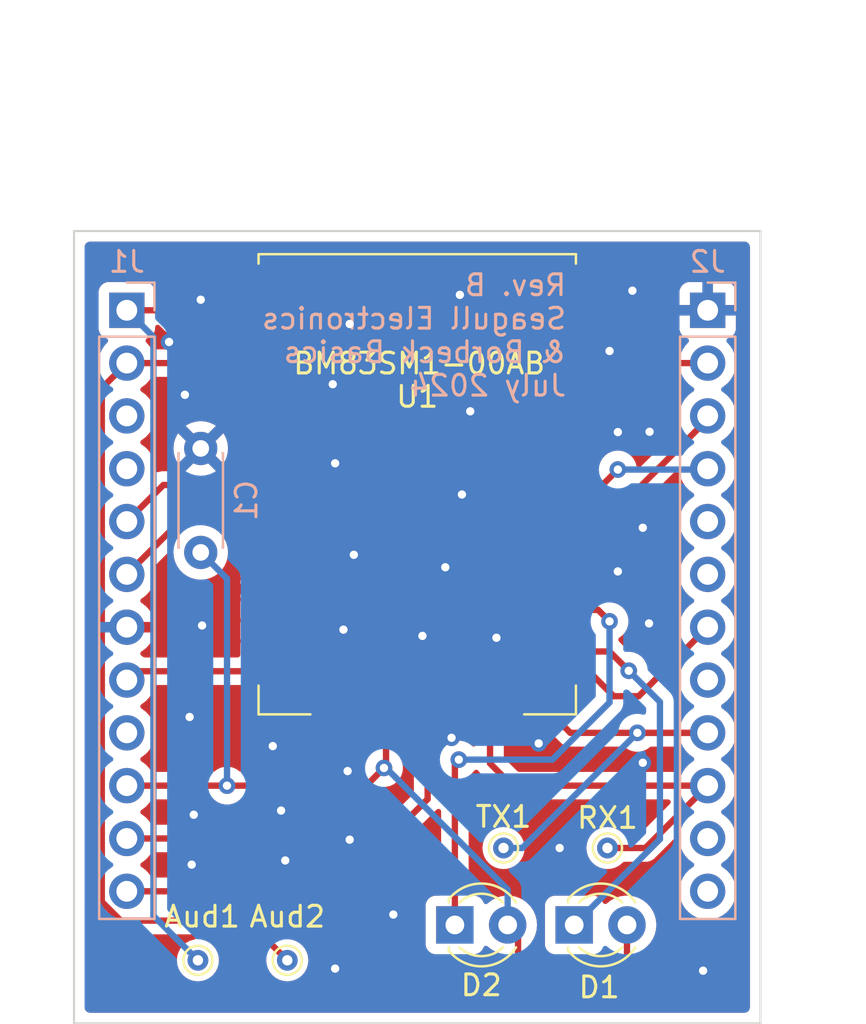
<source format=kicad_pcb>
(kicad_pcb (version 20240108) (generator "pcbnew") (generator_version "8.0")
  (layers (0 "F.Cu" signal) (31 "B.Cu" signal) (34 "B.Paste" user) (35 "F.Paste" user) (36 "B.SilkS" user "B.Silkscreen") (37 "F.SilkS" user "F.Silkscreen") (38 "B.Mask" user) (39 "F.Mask" user) (44 "Edge.Cuts" user))
  (net 0 "")
  (net 1 "Net-(J1-Pin_1)")
  (net 2 "Net-(J1-Pin_2)")
  (net 3 "GND")
  (net 4 "Net-(J1-Pin_10)")
  (net 5 "Net-(D1-A)")
  (net 6 "Net-(D1-K)")
  (net 7 "Net-(D2-K)")
  (net 8 "Net-(J1-Pin_8)")
  (net 9 "Net-(J1-Pin_6)")
  (net 11 "Net-(J1-Pin_12)")
  (net 14 "Net-(J1-Pin_5)")
  (net 16 "Net-(J2-Pin_9)")
  (net 17 "Net-(J2-Pin_7)")
  (net 19 "Net-(J2-Pin_2)")
  (net 22 "Net-(J2-Pin_3)")
  (net 24 "Net-(J2-Pin_4)")
  (net 25 "Net-(J2-Pin_10)")
  (footprint "TestPoint:TestPoint_THTPad_D1.0mm_Drill0.5mm" (layer "F.Cu") (at 155.2 95.2)
    (property "Reference" "RX1" (at 0 -1.448 0) (layer "F.SilkS"))
    (property "Value" "TestPoint")
    (fp_circle (center 0 0) (end 0 0.7) (stroke (width 0.12)) (fill none) (layer "F.SilkS"))
    (pad "1" thru_hole circle (at 0 0) (size 1 1) (drill 0.5) (layers "*.Cu" "*.Mask") (net 25 "Net-(J2-Pin_10)"))
  )
  (footprint "TestPoint:TestPoint_THTPad_D1.0mm_Drill0.5mm" (layer "F.Cu") (at 150.2 95.2)
    (property "Reference" "TX1" (at 0 -1.5 0) (layer "F.SilkS"))
    (property "Value" "TestPoint")
    (fp_circle (center 0 0) (end 0 0.7) (stroke (width 0.12)) (fill none) (layer "F.SilkS"))
    (pad "1" thru_hole circle (at 0 0) (size 1 1) (drill 0.5) (layers "*.Cu" "*.Mask") (net 16 "Net-(J2-Pin_9)"))
  )
  (footprint "TestPoint:TestPoint_THTPad_D1.0mm_Drill0.5mm" (layer "F.Cu") (at 135.5 100.6)
    (property "Reference" "Aud1" (at 0.2 -2.1 0) (layer "F.SilkS"))
    (property "Value" "TestPoint")
    (fp_circle (center 0 0) (end 0 0.7) (stroke (width 0.12)) (fill none) (layer "F.SilkS"))
    (pad "1" thru_hole circle (at 0 0) (size 1 1) (drill 0.5) (layers "*.Cu" "*.Mask") (net 1 "Net-(J1-Pin_1)"))
  )
  (footprint "BM83:BM83SM1-00AB" (layer "F.Cu") (at 146.05 72.644)
    (property "Reference" "U1" (at 0 0.856 0) (layer "F.SilkS"))
    (property "Value" "BM83SM1-00AB" (at -6.05 -0.744 0) (layer "F.SilkS") (effects (justify left)))
    (fp_line (start -7.6327 -6) (end 7.6327 -6) (stroke (width 0.12)) (layer "F.SilkS"))
    (fp_line (start -7.6327 -5.54482) (end -7.6327 -6) (stroke (width 0.12)) (layer "F.SilkS"))
    (fp_line (start -7.6327 16.129) (end -7.6327 14.7447) (stroke (width 0.12)) (layer "F.SilkS"))
    (fp_line (start -5.14096 16.129) (end -7.6327 16.129) (stroke (width 0.12)) (layer "F.SilkS"))
    (fp_line (start 7.6327 -6) (end 7.6327 -5.54482) (stroke (width 0.12)) (layer "F.SilkS"))
    (fp_line (start 7.6327 14.7447) (end 7.6327 16.129) (stroke (width 0.12)) (layer "F.SilkS"))
    (fp_line (start 7.6327 16.129) (end 5.14096 16.129) (stroke (width 0.12)) (layer "F.SilkS"))
    (pad "1" smd rect (at -7.25043 -4.90728) (size 1.4986 0.6096) (layers "F.Cu" "F.Paste" "F.Mask"))
    (pad "2" smd rect (at -7.25043 -3.90652) (size 1.4986 0.6096) (layers "F.Cu" "F.Paste" "F.Mask"))
    (pad "3" smd rect (at -7.25043 -2.90576) (size 1.4986 0.6096) (layers "F.Cu" "F.Paste" "F.Mask"))
    (pad "4" smd rect (at -7.25043 -1.905) (size 1.4986 0.6096) (layers "F.Cu" "F.Paste" "F.Mask"))
    (pad "5" smd rect (at -7.25043 -0.90424) (size 1.4986 0.6096) (layers "F.Cu" "F.Paste" "F.Mask"))
    (pad "6" smd rect (at -7.25043 0.09652) (size 1.4986 0.6096) (layers "F.Cu" "F.Paste" "F.Mask") (net 1 "Net-(J1-Pin_1)"))
    (pad "7" smd rect (at -7.25043 1.09728) (size 1.4986 0.6096) (layers "F.Cu" "F.Paste" "F.Mask") (net 2 "Net-(J1-Pin_2)"))
    (pad "8" smd rect (at -7.25043 2.09804) (size 1.4986 0.6096) (layers "F.Cu" "F.Paste" "F.Mask"))
    (pad "9" smd rect (at -7.25043 3.0988) (size 1.4986 0.6096) (layers "F.Cu" "F.Paste" "F.Mask"))
    (pad "10" smd rect (at -7.25043 4.09956) (size 1.4986 0.6096) (layers "F.Cu" "F.Paste" "F.Mask"))
    (pad "11" smd rect (at -7.25043 5.10032) (size 1.4986 0.6096) (layers "F.Cu" "F.Paste" "F.Mask") (net 14 "Net-(J1-Pin_5)"))
    (pad "12" smd rect (at -7.25043 6.10108) (size 1.4986 0.6096) (layers "F.Cu" "F.Paste" "F.Mask") (net 9 "Net-(J1-Pin_6)"))
    (pad "13" smd rect (at -7.25043 7.10184) (size 1.4986 0.6096) (layers "F.Cu" "F.Paste" "F.Mask"))
    (pad "14" smd rect (at -7.25043 8.1026) (size 1.4986 0.6096) (layers "F.Cu" "F.Paste" "F.Mask"))
    (pad "15" smd rect (at -7.25043 9.10336) (size 1.4986 0.6096) (layers "F.Cu" "F.Paste" "F.Mask"))
    (pad "16" smd rect (at -7.25043 10.10412) (size 1.4986 0.6096) (layers "F.Cu" "F.Paste" "F.Mask") (net 3 "GND"))
    (pad "17" smd rect (at -7.25043 11.10488) (size 1.4986 0.6096) (layers "F.Cu" "F.Paste" "F.Mask"))
    (pad "18" smd rect (at -7.25043 12.10564) (size 1.4986 0.6096) (layers "F.Cu" "F.Paste" "F.Mask"))
    (pad "19" smd rect (at -7.25043 13.1064) (size 1.4986 0.6096) (layers "F.Cu" "F.Paste" "F.Mask"))
    (pad "20" smd rect (at -7.25043 14.10716) (size 1.4986 0.6096) (layers "F.Cu" "F.Paste" "F.Mask") (net 8 "Net-(J1-Pin_8)"))
    (pad "21" smd rect (at -4.50342 15.75054 90) (size 1.4986 0.6096) (layers "F.Cu" "F.Paste" "F.Mask"))
    (pad "22" smd rect (at -3.50266 15.75054 90) (size 1.4986 0.6096) (layers "F.Cu" "F.Paste" "F.Mask") (net 4 "Net-(J1-Pin_10)"))
    (pad "23" smd rect (at -2.5019 15.75054 90) (size 1.4986 0.6096) (layers "F.Cu" "F.Paste" "F.Mask"))
    (pad "24" smd rect (at -1.50114 15.75054 90) (size 1.4986 0.6096) (layers "F.Cu" "F.Paste" "F.Mask") (net 5 "Net-(D1-A)"))
    (pad "25" smd rect (at -0.50038 15.75054 90) (size 1.4986 0.6096) (layers "F.Cu" "F.Paste" "F.Mask"))
    (pad "26" smd rect (at 0.50038 15.75054 90) (size 1.4986 0.6096) (layers "F.Cu" "F.Paste" "F.Mask") (net 11 "Net-(J1-Pin_12)"))
    (pad "27" smd rect (at 1.50114 15.75054 90) (size 1.4986 0.6096) (layers "F.Cu" "F.Paste" "F.Mask"))
    (pad "28" smd rect (at 2.5019 15.75054 90) (size 1.4986 0.6096) (layers "F.Cu" "F.Paste" "F.Mask"))
    (pad "29" smd rect (at 3.50266 15.75054 90) (size 1.4986 0.6096) (layers "F.Cu" "F.Paste" "F.Mask") (net 25 "Net-(J2-Pin_10)"))
    (pad "30" smd rect (at 4.50342 15.75054 90) (size 1.4986 0.6096) (layers "F.Cu" "F.Paste" "F.Mask") (net 16 "Net-(J2-Pin_9)"))
    (pad "31" smd rect (at 7.25043 14.10716) (size 1.4986 0.6096) (layers "F.Cu" "F.Paste" "F.Mask") (net 17 "Net-(J2-Pin_7)"))
    (pad "32" smd rect (at 7.25043 13.1064) (size 1.4986 0.6096) (layers "F.Cu" "F.Paste" "F.Mask") (net 6 "Net-(D1-K)"))
    (pad "33" smd rect (at 7.25043 12.10564) (size 1.4986 0.6096) (layers "F.Cu" "F.Paste" "F.Mask"))
    (pad "34" smd rect (at 7.25043 11.10488) (size 1.4986 0.6096) (layers "F.Cu" "F.Paste" "F.Mask") (net 7 "Net-(D2-K)"))
    (pad "35" smd rect (at 7.25043 10.10412) (size 1.4986 0.6096) (layers "F.Cu" "F.Paste" "F.Mask"))
    (pad "36" smd rect (at 7.25043 9.10336) (size 1.4986 0.6096) (layers "F.Cu" "F.Paste" "F.Mask"))
    (pad "37" smd rect (at 7.25043 8.1026) (size 1.4986 0.6096) (layers "F.Cu" "F.Paste" "F.Mask"))
    (pad "38" smd rect (at 7.25043 7.10184) (size 1.4986 0.6096) (layers "F.Cu" "F.Paste" "F.Mask"))
    (pad "39" smd rect (at 7.25043 6.10108) (size 1.4986 0.6096) (layers "F.Cu" "F.Paste" "F.Mask") (net 22 "Net-(J2-Pin_3)"))
    (pad "40" smd rect (at 7.25043 5.10032) (size 1.4986 0.6096) (layers "F.Cu" "F.Paste" "F.Mask") (net 24 "Net-(J2-Pin_4)"))
    (pad "41" smd rect (at 7.25043 4.09956) (size 1.4986 0.6096) (layers "F.Cu" "F.Paste" "F.Mask"))
    (pad "42" smd rect (at 7.25043 3.0988) (size 1.4986 0.6096) (layers "F.Cu" "F.Paste" "F.Mask"))
    (pad "43" smd rect (at 7.25043 2.09804) (size 1.4986 0.6096) (layers "F.Cu" "F.Paste" "F.Mask") (net 19 "Net-(J2-Pin_2)"))
    (pad "44" smd rect (at 7.25043 1.09728) (size 1.4986 0.6096) (layers "F.Cu" "F.Paste" "F.Mask"))
    (pad "45" smd rect (at 7.25043 0.09652) (size 1.4986 0.6096) (layers "F.Cu" "F.Paste" "F.Mask"))
    (pad "46" smd rect (at 7.25043 -0.90424) (size 1.4986 0.6096) (layers "F.Cu" "F.Paste" "F.Mask"))
    (pad "47" smd rect (at 7.25043 -1.905) (size 1.4986 0.6096) (layers "F.Cu" "F.Paste" "F.Mask"))
    (pad "48" smd rect (at 7.25043 -2.90576) (size 1.4986 0.6096) (layers "F.Cu" "F.Paste" "F.Mask"))
    (pad "49" smd rect (at 7.25043 -3.90652) (size 1.4986 0.6096) (layers "F.Cu" "F.Paste" "F.Mask"))
    (pad "50" smd rect (at 7.25043 -4.90728) (size 1.4986 0.6096) (layers "F.Cu" "F.Paste" "F.Mask") (net 3 "GND"))
    (pad "56" smd rect (at 4.770001 5.52958) (size 1.778 1.778) (layers "F.Cu" "F.Paste" "F.Mask") (net 3 "GND"))
    (pad "57" smd rect (at -3.2893 -4.57962) (size 2.794 0.762) (layers "F.Cu" "F.Paste" "F.Mask") (net 3 "GND"))
  )
  (footprint "TestPoint:TestPoint_THTPad_D1.0mm_Drill0.5mm" (layer "F.Cu") (at 139.8 100.6)
    (property "Reference" "Aud2" (at 0 -2.1 0) (layer "F.SilkS"))
    (property "Value" "TestPoint")
    (fp_circle (center 0 0) (end 0 0.7) (stroke (width 0.12)) (fill none) (layer "F.SilkS"))
    (pad "1" thru_hole circle (at 0 0) (size 1 1) (drill 0.5) (layers "*.Cu" "*.Mask") (net 2 "Net-(J1-Pin_2)"))
  )
  (footprint "LED_THT:LED_D3.0mm" (layer "F.Cu") (at 147.86 98.9)
    (property "Reference" "D2" (at 1.27 2.9 0) (layer "F.SilkS"))
    (property "Value" "LED")
    (fp_line (start -0.29 -1.236) (end -0.29 -1.08) (stroke (width 0.12)) (layer "F.SilkS"))
    (fp_line (start -0.29 1.08) (end -0.29 1.236) (stroke (width 0.12)) (layer "F.SilkS"))
    (fp_arc (start -0.29 -1.235516) (mid 1.366487 -1.987659) (end 2.942335 -1.078608) (stroke (width 0.12)) (layer "F.SilkS"))
    (fp_arc (start 0.229039 -1.08) (mid 1.270117 -1.5) (end 2.31113 -1.079837) (stroke (width 0.12)) (layer "F.SilkS"))
    (fp_arc (start 2.31113 1.079837) (mid 1.270117 1.5) (end 0.229039 1.08) (stroke (width 0.12)) (layer "F.SilkS"))
    (fp_arc (start 2.942335 1.078608) (mid 1.366487 1.987659) (end -0.29 1.235516) (stroke (width 0.12)) (layer "F.SilkS"))
    (pad "1" thru_hole rect (at 0 0) (size 1.8 1.8) (drill 0.9) (layers "*.Cu" "*.Mask") (net 7 "Net-(D2-K)"))
    (pad "2" thru_hole circle (at 2.54 0) (size 1.8 1.8) (drill 0.9) (layers "*.Cu" "*.Mask") (net 5 "Net-(D1-A)"))
  )
  (footprint "LED_THT:LED_D3.0mm" (layer "F.Cu") (at 153.6 98.9)
    (property "Reference" "D1" (at 1.2 3 0) (layer "F.SilkS"))
    (property "Value" "LED")
    (fp_line (start -0.29 -1.236) (end -0.29 -1.08) (stroke (width 0.12)) (layer "F.SilkS"))
    (fp_line (start -0.29 1.08) (end -0.29 1.236) (stroke (width 0.12)) (layer "F.SilkS"))
    (fp_arc (start -0.29 -1.235516) (mid 1.366487 -1.987659) (end 2.942335 -1.078608) (stroke (width 0.12)) (layer "F.SilkS"))
    (fp_arc (start 0.229039 -1.08) (mid 1.270117 -1.5) (end 2.31113 -1.079837) (stroke (width 0.12)) (layer "F.SilkS"))
    (fp_arc (start 2.31113 1.079837) (mid 1.270117 1.5) (end 0.229039 1.08) (stroke (width 0.12)) (layer "F.SilkS"))
    (fp_arc (start 2.942335 1.078608) (mid 1.366487 1.987659) (end -0.29 1.235516) (stroke (width 0.12)) (layer "F.SilkS"))
    (pad "1" thru_hole rect (at 0 0) (size 1.8 1.8) (drill 0.9) (layers "*.Cu" "*.Mask") (net 6 "Net-(D1-K)"))
    (pad "2" thru_hole circle (at 2.54 0) (size 1.8 1.8) (drill 0.9) (layers "*.Cu" "*.Mask") (net 5 "Net-(D1-A)"))
  )
  (footprint "Connector_PinHeader_2.54mm:PinHeader_1x12_P2.54mm_Vertical" (layer "B.Cu") (at 160.02 69.342 180)
    (property "Reference" "J2" (at 0 2.33 0) (layer "B.SilkS") (effects (justify mirror)))
    (property "Value" "Conn_01x12")
    (fp_line (start 1.33 -1.27) (end -1.33 -1.27) (stroke (width 0.12)) (layer "B.SilkS"))
    (fp_line (start 1.33 -29.27) (end 1.33 -1.27) (stroke (width 0.12)) (layer "B.SilkS"))
    (fp_line (start 1.33 -29.27) (end -1.33 -29.27) (stroke (width 0.12)) (layer "B.SilkS"))
    (fp_line (start 0 1.33) (end -1.33 1.33) (stroke (width 0.12)) (layer "B.SilkS"))
    (fp_line (start -1.33 1.33) (end -1.33 0) (stroke (width 0.12)) (layer "B.SilkS"))
    (fp_line (start -1.33 -29.27) (end -1.33 -1.27) (stroke (width 0.12)) (layer "B.SilkS"))
    (pad "1" thru_hole rect (at 0 0 180) (size 1.7 1.7) (drill 1) (layers "*.Cu" "*.Mask") (net 3 "GND"))
    (pad "2" thru_hole oval (at 0 -2.54 180) (size 1.7 1.7) (drill 1) (layers "*.Cu" "*.Mask") (net 19 "Net-(J2-Pin_2)"))
    (pad "3" thru_hole oval (at 0 -5.08 180) (size 1.7 1.7) (drill 1) (layers "*.Cu" "*.Mask") (net 22 "Net-(J2-Pin_3)"))
    (pad "4" thru_hole oval (at 0 -7.62 180) (size 1.7 1.7) (drill 1) (layers "*.Cu" "*.Mask") (net 24 "Net-(J2-Pin_4)"))
    (pad "5" thru_hole oval (at 0 -10.16 180) (size 1.7 1.7) (drill 1) (layers "*.Cu" "*.Mask"))
    (pad "6" thru_hole oval (at 0 -12.7 180) (size 1.7 1.7) (drill 1) (layers "*.Cu" "*.Mask"))
    (pad "7" thru_hole oval (at 0 -15.24 180) (size 1.7 1.7) (drill 1) (layers "*.Cu" "*.Mask") (net 17 "Net-(J2-Pin_7)"))
    (pad "8" thru_hole oval (at 0 -17.78 180) (size 1.7 1.7) (drill 1) (layers "*.Cu" "*.Mask"))
    (pad "9" thru_hole oval (at 0 -20.32 180) (size 1.7 1.7) (drill 1) (layers "*.Cu" "*.Mask") (net 16 "Net-(J2-Pin_9)"))
    (pad "10" thru_hole oval (at 0 -22.86 180) (size 1.7 1.7) (drill 1) (layers "*.Cu" "*.Mask") (net 25 "Net-(J2-Pin_10)"))
    (pad "11" thru_hole oval (at 0 -25.4 180) (size 1.7 1.7) (drill 1) (layers "*.Cu" "*.Mask"))
    (pad "12" thru_hole oval (at 0 -27.94 180) (size 1.7 1.7) (drill 1) (layers "*.Cu" "*.Mask"))
  )
  (footprint "Connector_PinHeader_2.54mm:PinHeader_1x12_P2.54mm_Vertical" (layer "B.Cu") (at 132.08 69.342 180)
    (property "Reference" "J1" (at 0 2.33 0) (layer "B.SilkS") (effects (justify mirror)))
    (property "Value" "Conn_01x12")
    (fp_line (start 1.33 -1.27) (end -1.33 -1.27) (stroke (width 0.12)) (layer "B.SilkS"))
    (fp_line (start 1.33 -29.27) (end 1.33 -1.27) (stroke (width 0.12)) (layer "B.SilkS"))
    (fp_line (start 1.33 -29.27) (end -1.33 -29.27) (stroke (width 0.12)) (layer "B.SilkS"))
    (fp_line (start 0 1.33) (end -1.33 1.33) (stroke (width 0.12)) (layer "B.SilkS"))
    (fp_line (start -1.33 1.33) (end -1.33 0) (stroke (width 0.12)) (layer "B.SilkS"))
    (fp_line (start -1.33 -29.27) (end -1.33 -1.27) (stroke (width 0.12)) (layer "B.SilkS"))
    (pad "1" thru_hole rect (at 0 0 180) (size 1.7 1.7) (drill 1) (layers "*.Cu" "*.Mask") (net 1 "Net-(J1-Pin_1)"))
    (pad "2" thru_hole oval (at 0 -2.54 180) (size 1.7 1.7) (drill 1) (layers "*.Cu" "*.Mask") (net 2 "Net-(J1-Pin_2)"))
    (pad "3" thru_hole oval (at 0 -5.08 180) (size 1.7 1.7) (drill 1) (layers "*.Cu" "*.Mask"))
    (pad "4" thru_hole oval (at 0 -7.62 180) (size 1.7 1.7) (drill 1) (layers "*.Cu" "*.Mask"))
    (pad "5" thru_hole oval (at 0 -10.16 180) (size 1.7 1.7) (drill 1) (layers "*.Cu" "*.Mask") (net 14 "Net-(J1-Pin_5)"))
    (pad "6" thru_hole oval (at 0 -12.7 180) (size 1.7 1.7) (drill 1) (layers "*.Cu" "*.Mask") (net 9 "Net-(J1-Pin_6)"))
    (pad "7" thru_hole oval (at 0 -15.24 180) (size 1.7 1.7) (drill 1) (layers "*.Cu" "*.Mask") (net 3 "GND"))
    (pad "8" thru_hole oval (at 0 -17.78 180) (size 1.7 1.7) (drill 1) (layers "*.Cu" "*.Mask") (net 8 "Net-(J1-Pin_8)"))
    (pad "9" thru_hole oval (at 0 -20.32 180) (size 1.7 1.7) (drill 1) (layers "*.Cu" "*.Mask"))
    (pad "10" thru_hole oval (at 0 -22.86 180) (size 1.7 1.7) (drill 1) (layers "*.Cu" "*.Mask") (net 4 "Net-(J1-Pin_10)"))
    (pad "11" thru_hole oval (at 0 -25.4 180) (size 1.7 1.7) (drill 1) (layers "*.Cu" "*.Mask") (net 5 "Net-(D1-A)"))
    (pad "12" thru_hole oval (at 0 -27.94 180) (size 1.7 1.7) (drill 1) (layers "*.Cu" "*.Mask") (net 11 "Net-(J1-Pin_12)"))
  )
  (footprint "Capacitor_THT:C_Disc_D4.3mm_W1.9mm_P5.00mm" (layer "B.Cu") (at 135.636 80.986 90)
    (property "Reference" "C1" (at 2.5 2.2 90) (layer "B.SilkS") (effects (justify mirror)))
    (property "Value" "1 uF")
    (fp_line (start 4.77 -1.07) (end 0.23 -1.07) (stroke (width 0.12)) (layer "B.SilkS"))
    (fp_line (start 4.77 -1.07) (end 4.77 -1.055) (stroke (width 0.12)) (layer "B.SilkS"))
    (fp_line (start 0.23 -1.07) (end 0.23 -1.055) (stroke (width 0.12)) (layer "B.SilkS"))
    (fp_line (start 4.77 1.055) (end 4.77 1.07) (stroke (width 0.12)) (layer "B.SilkS"))
    (fp_line (start 0.23 1.055) (end 0.23 1.07) (stroke (width 0.12)) (layer "B.SilkS"))
    (fp_line (start 4.77 1.07) (end 0.23 1.07) (stroke (width 0.12)) (layer "B.SilkS"))
    (pad "1" thru_hole circle (at 0 0 90) (size 1.6 1.6) (drill 0.8) (layers "*.Cu" "*.Mask") (net 4 "Net-(J1-Pin_10)"))
    (pad "2" thru_hole circle (at 5 0 90) (size 1.6 1.6) (drill 0.8) (layers "*.Cu" "*.Mask") (net 3 "GND"))
  )
  (gr_line (start 129.54 65.532) (end 129.54 103.632) (stroke (width 0.1)) (layer "Edge.Cuts"))
  (gr_line (start 162.56 103.632) (end 162.56 65.532) (stroke (width 0.1)) (layer "Edge.Cuts"))
  (gr_line (start 129.54 103.632) (end 162.56 103.632) (stroke (width 0.1)) (layer "Edge.Cuts"))
  (gr_line (start 129.54 65.532) (end 162.56 65.532) (stroke (width 0.1)) (layer "Edge.Cuts"))
  (gr_text_box "Rev. B\nSeagull Electronics\n& Borbeck Basics\nJuly 2024" (start 136.35 66.8) (end 154.05 74.3) (layer "B.SilkS") (effects (font (size 1 1)) (justify left top mirror)) (border no))
  (segment (start 137.25652 72.74052) (end 138.79957 72.74052) (width 0.3048) (layer "F.Cu") (net 1))
  (segment (start 132.08 69.342) (end 133.858 69.342) (width 0.3048) (layer "F.Cu") (net 1))
  (segment (start 133.858 69.342) (end 137.25652 72.74052) (width 0.3048) (layer "F.Cu") (net 1))
  (segment (start 135.5 100.6) (end 133.3596 98.4596) (width 0.3048) (layer "B.Cu") (net 1))
  (segment (start 133.3596 98.4596) (end 133.3596 70.6216) (width 0.3048) (layer "B.Cu") (net 1))
  (segment (start 133.3596 70.6216) (end 132.08 69.342) (width 0.3048) (layer "B.Cu") (net 1))
  (segment (start 130.8776 73.0844) (end 132.08 71.882) (width 0.3048) (layer "F.Cu") (net 2))
  (segment (start 135.128 71.882) (end 136.98728 73.74128) (width 0.3048) (layer "F.Cu") (net 2))
  (segment (start 130.8776 97.7852) (end 130.8776 73.0844) (width 0.3048) (layer "F.Cu") (net 2))
  (segment (start 139.8 100.6) (end 137.8924 98.6924) (width 0.3048) (layer "F.Cu") (net 2))
  (segment (start 137.8924 98.6924) (end 131.7848 98.6924) (width 0.3048) (layer "F.Cu") (net 2))
  (segment (start 136.98728 73.74128) (end 138.79957 73.74128) (width 0.3048) (layer "F.Cu") (net 2))
  (segment (start 132.08 71.882) (end 135.128 71.882) (width 0.3048) (layer "F.Cu") (net 2))
  (segment (start 131.7848 98.6924) (end 130.8776 97.7852) (width 0.3048) (layer "F.Cu") (net 2))
  (segment (start 135.618 84.582) (end 135.7 84.5) (width 0.3048) (layer "F.Cu") (net 3))
  (segment (start 142.8 70) (end 142.7607 69.9607) (width 0.3048) (layer "F.Cu") (net 3))
  (segment (start 132.08 84.582) (end 135.618 84.582) (width 0.3048) (layer "F.Cu") (net 3))
  (segment (start 148.2 78.2) (end 148.22642 78.17358) (width 0.3048) (layer "F.Cu") (net 3))
  (segment (start 148.22642 78.17358) (end 150.820001 78.17358) (width 0.3048) (layer "F.Cu") (net 3))
  (segment (start 150.746421 78.1) (end 150.6 78.1) (width 0.3048) (layer "F.Cu") (net 3))
  (segment (start 142.7607 69.9607) (end 142.7607 68.06438) (width 0.3048) (layer "F.Cu") (net 3))
  (via (at 139.7 95.8) (size 0.8) (drill 0.4) (layers "F.Cu" "B.Cu") (net 3))
  (via (at 142.1 76.7) (size 0.8) (drill 0.4) (layers "F.Cu" "B.Cu") (net 3))
  (via (at 135.7 84.5) (size 0.8) (drill 0.4) (layers "F.Cu" "B.Cu") (net 3))
  (via (at 156.9 91.1) (size 0.8) (drill 0.4) (layers "F.Cu" "B.Cu") (net 3))
  (via (at 147.7 89.9) (size 0.8) (drill 0.4) (layers "F.Cu" "B.Cu") (net 3))
  (via (at 148.1 68.6) (size 0.8) (drill 0.4) (layers "F.Cu" "B.Cu") (net 3))
  (via (at 142.8 70) (size 0.8) (drill 0.4) (layers "F.Cu" "B.Cu") (net 3))
  (via (at 149.86 85.09) (size 0.8) (drill 0.4) (layers "F.Cu" "B.Cu") (net 3))
  (via (at 141.986 72.898) (size 0.8) (drill 0.4) (layers "F.Cu" "B.Cu") (net 3))
  (via (at 155.7 75.2) (size 0.8) (drill 0.4) (layers "F.Cu" "B.Cu") (net 3))
  (via (at 142.1 101) (size 0.8) (drill 0.4) (layers "F.Cu" "B.Cu") (net 3))
  (via (at 157.2 84.4) (size 0.8) (drill 0.4) (layers "F.Cu" "B.Cu") (net 3))
  (via (at 157.226 75.184) (size 0.8) (drill 0.4) (layers "F.Cu" "B.Cu") (net 3))
  (via (at 155.3 71.3) (size 0.8) (drill 0.4) (layers "F.Cu" "B.Cu") (net 3))
  (via (at 142.5 84.7) (size 0.8) (drill 0.4) (layers "F.Cu" "B.Cu") (net 3))
  (via (at 143 81.1) (size 0.8) (drill 0.4) (layers "F.Cu" "B.Cu") (net 3))
  (via (at 156.4 68.4) (size 0.8) (drill 0.4) (layers "F.Cu" "B.Cu") (net 3))
  (via (at 139.5 93.4) (size 0.8) (drill 0.4) (layers "F.Cu" "B.Cu") (net 3))
  (via (at 139.1 90.3) (size 0.8) (drill 0.4) (layers "F.Cu" "B.Cu") (net 3))
  (via (at 135.2 96) (size 0.8) (drill 0.4) (layers "F.Cu" "B.Cu") (net 3))
  (via (at 155.7 81.9) (size 0.8) (drill 0.4) (layers "F.Cu" "B.Cu") (net 3))
  (via (at 135.636 68.834) (size 0.8) (drill 0.4) (layers "F.Cu" "B.Cu") (net 3))
  (via (at 144.9 98.4) (size 0.8) (drill 0.4) (layers "F.Cu" "B.Cu") (net 3))
  (via (at 135.3 93.6) (size 0.8) (drill 0.4) (layers "F.Cu" "B.Cu") (net 3))
  (via (at 134.112 70.866) (size 0.8) (drill 0.4) (layers "F.Cu" "B.Cu") (net 3))
  (via (at 135.1 88.9) (size 0.8) (drill 0.4) (layers "F.Cu" "B.Cu") (net 3))
  (via (at 142.7 91.5) (size 0.8) (drill 0.4) (layers "F.Cu" "B.Cu") (net 3))
  (via (at 148.6 74.2) (size 0.8) (drill 0.4) (layers "F.Cu" "B.Cu") (net 3))
  (via (at 159.8 101.1) (size 0.8) (drill 0.4) (layers "F.Cu" "B.Cu") (net 3))
  (via (at 134.874 73.406) (size 0.8) (drill 0.4) (layers "F.Cu" "B.Cu") (net 3))
  (via (at 142.8 94.8) (size 0.8) (drill 0.4) (layers "F.Cu" "B.Cu") (net 3))
  (via (at 156.9 79.8) (size 0.8) (drill 0.4) (layers "F.Cu" "B.Cu") (net 3))
  (via (at 146.3 85) (size 0.8) (drill 0.4) (layers "F.Cu" "B.Cu") (net 3))
  (via (at 148.2 78.2) (size 0.8) (drill 0.4) (layers "F.Cu" "B.Cu") (net 3))
  (via (at 152.9 95.2) (size 0.8) (drill 0.4) (layers "F.Cu" "B.Cu") (net 3))
  (via (at 151.892 90.17) (size 0.8) (drill 0.4) (layers "F.Cu" "B.Cu") (net 3))
  (via (at 147.4 81.7) (size 0.8) (drill 0.4) (layers "F.Cu" "B.Cu") (net 3))
  (segment (start 140.462 92.202) (end 142.54734 90.11666) (width 0.3048) (layer "F.Cu") (net 4))
  (segment (start 142.54734 90.11666) (end 142.54734 88.39454) (width 0.3048) (layer "F.Cu") (net 4))
  (segment (start 132.08 92.202) (end 140.462 92.202) (width 0.3048) (layer "F.Cu") (net 4))
  (via (at 136.9 92.202) (size 0.8) (drill 0.4) (layers "F.Cu" "B.Cu") (net 4))
  (segment (start 136.9 92.202) (end 136.9 82.25) (width 0.3048) (layer "B.Cu") (net 4))
  (segment (start 136.9 82.25) (end 135.636 80.986) (width 0.3048) (layer "B.Cu") (net 4))
  (segment (start 132.08 94.742) (end 141.058 94.742) (width 0.3048) (layer "F.Cu") (net 5))
  (segment (start 151.6 101.2) (end 155.5 101.2) (width 0.3048) (layer "F.Cu") (net 5))
  (segment (start 150.9 100.5) (end 151.6 101.2) (width 0.3048) (layer "F.Cu") (net 5))
  (segment (start 144.45 91.35) (end 144.54886 91.25114) (width 0.3048) (layer "F.Cu") (net 5))
  (segment (start 141.058 94.742) (end 144.54886 91.25114) (width 0.3048) (layer "F.Cu") (net 5))
  (segment (start 156.14 100.56) (end 156.14 98.9) (width 0.3048) (layer "F.Cu") (net 5))
  (segment (start 150.4 98.9) (end 150.9 99.4) (width 0.3048) (layer "F.Cu") (net 5))
  (segment (start 150.9 99.4) (end 150.9 100.5) (width 0.3048) (layer "F.Cu") (net 5))
  (segment (start 144.54886 91.25114) (end 144.54886 88.39454) (width 0.3048) (layer "F.Cu") (net 5))
  (segment (start 155.5 101.2) (end 156.14 100.56) (width 0.3048) (layer "F.Cu") (net 5))
  (via (at 144.45 91.35) (size 0.8) (drill 0.4) (layers "F.Cu" "B.Cu") (net 5))
  (segment (start 144.45 91.35) (end 144.55 91.35) (width 0.3048) (layer "B.Cu") (net 5))
  (segment (start 150.4 97.2) (end 150.4 98.9) (width 0.3048) (layer "B.Cu") (net 5))
  (segment (start 144.55 91.35) (end 150.4 97.2) (width 0.3048) (layer "B.Cu") (net 5))
  (segment (start 156.223972 86.676027) (end 155.298345 85.7504) (width 0.3048) (layer "F.Cu") (net 6))
  (segment (start 156.223973 86.676027) (end 156.223972 86.676027) (width 0.3048) (layer "F.Cu") (net 6))
  (segment (start 155.298345 85.7504) (end 153.30043 85.7504) (width 0.3048) (layer "F.Cu") (net 6))
  (via (at 156.223973 86.676027) (size 0.8) (drill 0.4) (layers "F.Cu" "B.Cu") (net 6))
  (segment (start 157.7244 94.7756) (end 153.6 98.9) (width 0.3048) (layer "B.Cu") (net 6))
  (segment (start 157.7244 88.176454) (end 157.7244 94.7756) (width 0.3048) (layer "B.Cu") (net 6))
  (segment (start 156.223973 86.676027) (end 157.7244 88.176454) (width 0.3048) (layer "B.Cu") (net 6))
  (segment (start 148.05 90.95) (end 147.86 91.14) (width 0.3048) (layer "F.Cu") (net 7))
  (segment (start 155.3 84.3) (end 154.74888 83.74888) (width 0.3048) (layer "F.Cu") (net 7))
  (segment (start 147.86 91.14) (end 147.86 98.9) (width 0.3048) (layer "F.Cu") (net 7))
  (segment (start 154.74888 83.74888) (end 153.30043 83.74888) (width 0.3048) (layer "F.Cu") (net 7))
  (via (at 148.05 90.95) (size 0.8) (drill 0.4) (layers "F.Cu" "B.Cu") (net 7))
  (via (at 155.3 84.3) (size 0.8) (drill 0.4) (layers "F.Cu" "B.Cu") (net 7))
  (segment (start 155.3 84.3) (end 155.3 88.2) (width 0.3048) (layer "B.Cu") (net 7))
  (segment (start 155.3 88.2) (end 152.55 90.95) (width 0.3048) (layer "B.Cu") (net 7))
  (segment (start 152.55 90.95) (end 148.05 90.95) (width 0.3048) (layer "B.Cu") (net 7))
  (segment (start 132.502 86.7) (end 138.74841 86.7) (width 0.3048) (layer "F.Cu") (net 8))
  (segment (start 138.74841 86.7) (end 138.79957 86.75116) (width 0.3048) (layer "F.Cu") (net 8))
  (segment (start 132.08 87.122) (end 132.502 86.7) (width 0.3048) (layer "F.Cu") (net 8))
  (segment (start 135.382 78.74) (end 135.38708 78.74508) (width 0.3048) (layer "F.Cu") (net 9))
  (segment (start 132.08 82.042) (end 135.382 78.74) (width 0.3048) (layer "F.Cu") (net 9))
  (segment (start 135.38708 78.74508) (end 138.79957 78.74508) (width 0.3048) (layer "F.Cu") (net 9))
  (segment (start 132.08 97.282) (end 142.118 97.282) (width 0.3048) (layer "F.Cu") (net 11))
  (segment (start 146.55038 92.84962) (end 146.55038 88.39454) (width 0.3048) (layer "F.Cu") (net 11))
  (segment (start 142.118 97.282) (end 146.55038 92.84962) (width 0.3048) (layer "F.Cu") (net 11))
  (segment (start 133.83768 77.74432) (end 138.79957 77.74432) (width 0.3048) (layer "F.Cu") (net 14))
  (segment (start 132.08 79.502) (end 133.83768 77.74432) (width 0.3048) (layer "F.Cu") (net 14))
  (segment (start 160.02 89.662) (end 153.416 89.662) (width 0.3048) (layer "F.Cu") (net 16))
  (segment (start 152.14346 88.39454) (end 150.55342 88.39454) (width 0.3048) (layer "F.Cu") (net 16))
  (segment (start 152.146 88.392) (end 152.14346 88.39454) (width 0.3048) (layer "F.Cu") (net 16))
  (segment (start 153.416 89.662) (end 152.146 88.392) (width 0.3048) (layer "F.Cu") (net 16))
  (segment (start 156.638 89.662) (end 160.02 89.662) (width 0.3048) (layer "F.Cu") (net 16))
  (via (at 156.638 89.662) (size 0.8) (drill 0.4) (layers "F.Cu" "B.Cu") (net 16))
  (segment (start 156.638 89.662) (end 151.1 95.2) (width 0.3048) (layer "B.Cu") (net 16))
  (segment (start 151.1 95.2) (end 150.2 95.2) (width 0.3048) (layer "B.Cu") (net 16))
  (segment (start 156.702 87.9) (end 155.5 87.9) (width 0.3048) (layer "F.Cu") (net 17))
  (segment (start 160.02 84.582) (end 156.702 87.9) (width 0.3048) (layer "F.Cu") (net 17))
  (segment (start 154.35116 86.75116) (end 153.30043 86.75116) (width 0.3048) (layer "F.Cu") (net 17))
  (segment (start 155.5 87.9) (end 154.35116 86.75116) (width 0.3048) (layer "F.Cu") (net 17))
  (segment (start 157.418 71.882) (end 160.02 71.882) (width 0.3048) (layer "F.Cu") (net 19))
  (segment (start 153.30043 74.74204) (end 154.55796 74.74204) (width 0.3048) (layer "F.Cu") (net 19))
  (segment (start 154.55796 74.74204) (end 157.418 71.882) (width 0.3048) (layer "F.Cu") (net 19))
  (segment (start 160.02 74.58) (end 155.85492 78.74508) (width 0.3048) (layer "F.Cu") (net 22))
  (segment (start 160.02 74.422) (end 160.02 74.58) (width 0.3048) (layer "F.Cu") (net 22))
  (segment (start 155.85492 78.74508) (end 153.30043 78.74508) (width 0.3048) (layer "F.Cu") (net 22))
  (segment (start 154.95568 77.74432) (end 153.30043 77.74432) (width 0.3048) (layer "F.Cu") (net 24))
  (segment (start 155.7 77) (end 154.95568 77.74432) (width 0.3048) (layer "F.Cu") (net 24))
  (via (at 155.7 77) (size 0.8) (drill 0.4) (layers "F.Cu" "B.Cu") (net 24))
  (segment (start 159.982 77) (end 160.02 76.962) (width 0.3048) (layer "B.Cu") (net 24))
  (segment (start 155.7 77) (end 159.982 77) (width 0.3048) (layer "B.Cu") (net 24))
  (segment (start 155.2 95.2) (end 157.022 95.2) (width 0.3048) (layer "F.Cu") (net 25))
  (segment (start 157.022 95.2) (end 160.02 92.202) (width 0.3048) (layer "F.Cu") (net 25))
  (segment (start 150.622 92.202) (end 149.55266 91.13266) (width 0.3048) (layer "F.Cu") (net 25))
  (segment (start 160.02 92.202) (end 150.622 92.202) (width 0.3048) (layer "F.Cu") (net 25))
  (segment (start 149.55266 91.13266) (end 149.55266 88.39454) (width 0.3048) (layer "F.Cu") (net 25))
  (zone (net 3) (net_name "GND") (layers "F&B.Cu") (connect_pads (clearance 0.508)) (min_thickness 0.254) (fill yes (thermal_gap 0.508) (thermal_bridge_width 0.508) (smoothing fillet) (radius 0.254))
    (polygon (pts (xy 162.052 103.124) (xy 130.048 103.124) (xy 130.048 66.04) (xy 162.052 66.04)))
  )
)
</source>
